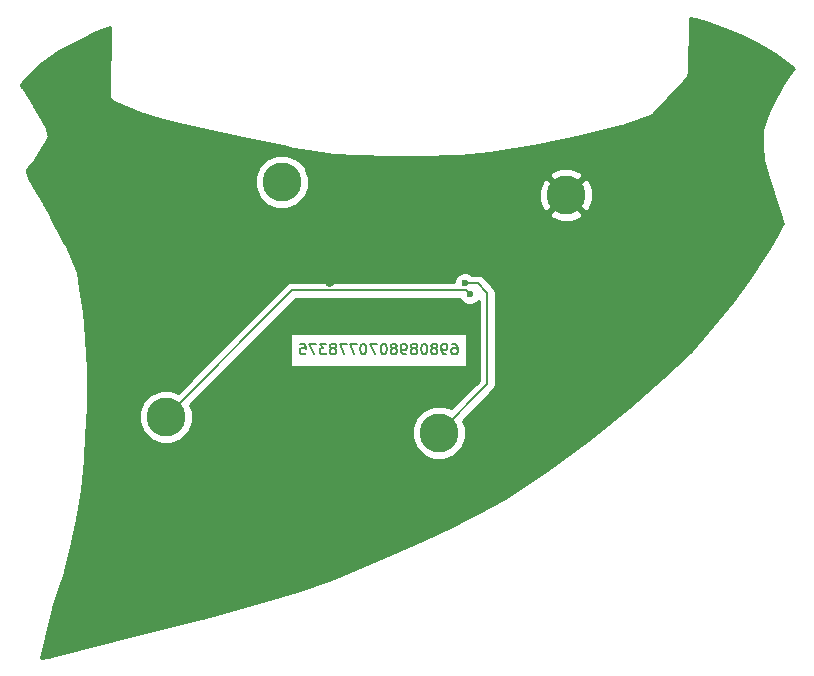
<source format=gbl>
G04 #@! TF.FileFunction,Copper,L2,Bot,Signal*
%FSLAX46Y46*%
G04 Gerber Fmt 4.6, Leading zero omitted, Abs format (unit mm)*
G04 Created by KiCad (PCBNEW 4.0.7-e2-6376~61~ubuntu18.04.1) date Wed May 30 21:50:51 2018*
%MOMM*%
%LPD*%
G01*
G04 APERTURE LIST*
%ADD10C,0.100000*%
%ADD11C,0.200000*%
%ADD12C,3.300000*%
%ADD13C,0.600000*%
%ADD14C,0.600000*%
%ADD15C,0.254000*%
G04 APERTURE END LIST*
D10*
D11*
X137607144Y-104107143D02*
X137778573Y-104107143D01*
X137864287Y-104150000D01*
X137907144Y-104192857D01*
X137992858Y-104321429D01*
X138035715Y-104492857D01*
X138035715Y-104835714D01*
X137992858Y-104921429D01*
X137950001Y-104964286D01*
X137864287Y-105007143D01*
X137692858Y-105007143D01*
X137607144Y-104964286D01*
X137564287Y-104921429D01*
X137521430Y-104835714D01*
X137521430Y-104621429D01*
X137564287Y-104535714D01*
X137607144Y-104492857D01*
X137692858Y-104450000D01*
X137864287Y-104450000D01*
X137950001Y-104492857D01*
X137992858Y-104535714D01*
X138035715Y-104621429D01*
X137092858Y-105007143D02*
X136921430Y-105007143D01*
X136835715Y-104964286D01*
X136792858Y-104921429D01*
X136707144Y-104792857D01*
X136664287Y-104621429D01*
X136664287Y-104278571D01*
X136707144Y-104192857D01*
X136750001Y-104150000D01*
X136835715Y-104107143D01*
X137007144Y-104107143D01*
X137092858Y-104150000D01*
X137135715Y-104192857D01*
X137178572Y-104278571D01*
X137178572Y-104492857D01*
X137135715Y-104578571D01*
X137092858Y-104621429D01*
X137007144Y-104664286D01*
X136835715Y-104664286D01*
X136750001Y-104621429D01*
X136707144Y-104578571D01*
X136664287Y-104492857D01*
X136150001Y-104492857D02*
X136235715Y-104450000D01*
X136278572Y-104407143D01*
X136321429Y-104321429D01*
X136321429Y-104278571D01*
X136278572Y-104192857D01*
X136235715Y-104150000D01*
X136150001Y-104107143D01*
X135978572Y-104107143D01*
X135892858Y-104150000D01*
X135850001Y-104192857D01*
X135807144Y-104278571D01*
X135807144Y-104321429D01*
X135850001Y-104407143D01*
X135892858Y-104450000D01*
X135978572Y-104492857D01*
X136150001Y-104492857D01*
X136235715Y-104535714D01*
X136278572Y-104578571D01*
X136321429Y-104664286D01*
X136321429Y-104835714D01*
X136278572Y-104921429D01*
X136235715Y-104964286D01*
X136150001Y-105007143D01*
X135978572Y-105007143D01*
X135892858Y-104964286D01*
X135850001Y-104921429D01*
X135807144Y-104835714D01*
X135807144Y-104664286D01*
X135850001Y-104578571D01*
X135892858Y-104535714D01*
X135978572Y-104492857D01*
X135250001Y-104107143D02*
X135164286Y-104107143D01*
X135078572Y-104150000D01*
X135035715Y-104192857D01*
X134992858Y-104278571D01*
X134950001Y-104450000D01*
X134950001Y-104664286D01*
X134992858Y-104835714D01*
X135035715Y-104921429D01*
X135078572Y-104964286D01*
X135164286Y-105007143D01*
X135250001Y-105007143D01*
X135335715Y-104964286D01*
X135378572Y-104921429D01*
X135421429Y-104835714D01*
X135464286Y-104664286D01*
X135464286Y-104450000D01*
X135421429Y-104278571D01*
X135378572Y-104192857D01*
X135335715Y-104150000D01*
X135250001Y-104107143D01*
X134435715Y-104492857D02*
X134521429Y-104450000D01*
X134564286Y-104407143D01*
X134607143Y-104321429D01*
X134607143Y-104278571D01*
X134564286Y-104192857D01*
X134521429Y-104150000D01*
X134435715Y-104107143D01*
X134264286Y-104107143D01*
X134178572Y-104150000D01*
X134135715Y-104192857D01*
X134092858Y-104278571D01*
X134092858Y-104321429D01*
X134135715Y-104407143D01*
X134178572Y-104450000D01*
X134264286Y-104492857D01*
X134435715Y-104492857D01*
X134521429Y-104535714D01*
X134564286Y-104578571D01*
X134607143Y-104664286D01*
X134607143Y-104835714D01*
X134564286Y-104921429D01*
X134521429Y-104964286D01*
X134435715Y-105007143D01*
X134264286Y-105007143D01*
X134178572Y-104964286D01*
X134135715Y-104921429D01*
X134092858Y-104835714D01*
X134092858Y-104664286D01*
X134135715Y-104578571D01*
X134178572Y-104535714D01*
X134264286Y-104492857D01*
X133664286Y-105007143D02*
X133492858Y-105007143D01*
X133407143Y-104964286D01*
X133364286Y-104921429D01*
X133278572Y-104792857D01*
X133235715Y-104621429D01*
X133235715Y-104278571D01*
X133278572Y-104192857D01*
X133321429Y-104150000D01*
X133407143Y-104107143D01*
X133578572Y-104107143D01*
X133664286Y-104150000D01*
X133707143Y-104192857D01*
X133750000Y-104278571D01*
X133750000Y-104492857D01*
X133707143Y-104578571D01*
X133664286Y-104621429D01*
X133578572Y-104664286D01*
X133407143Y-104664286D01*
X133321429Y-104621429D01*
X133278572Y-104578571D01*
X133235715Y-104492857D01*
X132721429Y-104492857D02*
X132807143Y-104450000D01*
X132850000Y-104407143D01*
X132892857Y-104321429D01*
X132892857Y-104278571D01*
X132850000Y-104192857D01*
X132807143Y-104150000D01*
X132721429Y-104107143D01*
X132550000Y-104107143D01*
X132464286Y-104150000D01*
X132421429Y-104192857D01*
X132378572Y-104278571D01*
X132378572Y-104321429D01*
X132421429Y-104407143D01*
X132464286Y-104450000D01*
X132550000Y-104492857D01*
X132721429Y-104492857D01*
X132807143Y-104535714D01*
X132850000Y-104578571D01*
X132892857Y-104664286D01*
X132892857Y-104835714D01*
X132850000Y-104921429D01*
X132807143Y-104964286D01*
X132721429Y-105007143D01*
X132550000Y-105007143D01*
X132464286Y-104964286D01*
X132421429Y-104921429D01*
X132378572Y-104835714D01*
X132378572Y-104664286D01*
X132421429Y-104578571D01*
X132464286Y-104535714D01*
X132550000Y-104492857D01*
X131821429Y-104107143D02*
X131735714Y-104107143D01*
X131650000Y-104150000D01*
X131607143Y-104192857D01*
X131564286Y-104278571D01*
X131521429Y-104450000D01*
X131521429Y-104664286D01*
X131564286Y-104835714D01*
X131607143Y-104921429D01*
X131650000Y-104964286D01*
X131735714Y-105007143D01*
X131821429Y-105007143D01*
X131907143Y-104964286D01*
X131950000Y-104921429D01*
X131992857Y-104835714D01*
X132035714Y-104664286D01*
X132035714Y-104450000D01*
X131992857Y-104278571D01*
X131950000Y-104192857D01*
X131907143Y-104150000D01*
X131821429Y-104107143D01*
X131221429Y-104107143D02*
X130621429Y-104107143D01*
X131007143Y-105007143D01*
X130107143Y-104107143D02*
X130021428Y-104107143D01*
X129935714Y-104150000D01*
X129892857Y-104192857D01*
X129850000Y-104278571D01*
X129807143Y-104450000D01*
X129807143Y-104664286D01*
X129850000Y-104835714D01*
X129892857Y-104921429D01*
X129935714Y-104964286D01*
X130021428Y-105007143D01*
X130107143Y-105007143D01*
X130192857Y-104964286D01*
X130235714Y-104921429D01*
X130278571Y-104835714D01*
X130321428Y-104664286D01*
X130321428Y-104450000D01*
X130278571Y-104278571D01*
X130235714Y-104192857D01*
X130192857Y-104150000D01*
X130107143Y-104107143D01*
X129507143Y-104107143D02*
X128907143Y-104107143D01*
X129292857Y-105007143D01*
X128650000Y-104107143D02*
X128050000Y-104107143D01*
X128435714Y-105007143D01*
X127578571Y-104492857D02*
X127664285Y-104450000D01*
X127707142Y-104407143D01*
X127749999Y-104321429D01*
X127749999Y-104278571D01*
X127707142Y-104192857D01*
X127664285Y-104150000D01*
X127578571Y-104107143D01*
X127407142Y-104107143D01*
X127321428Y-104150000D01*
X127278571Y-104192857D01*
X127235714Y-104278571D01*
X127235714Y-104321429D01*
X127278571Y-104407143D01*
X127321428Y-104450000D01*
X127407142Y-104492857D01*
X127578571Y-104492857D01*
X127664285Y-104535714D01*
X127707142Y-104578571D01*
X127749999Y-104664286D01*
X127749999Y-104835714D01*
X127707142Y-104921429D01*
X127664285Y-104964286D01*
X127578571Y-105007143D01*
X127407142Y-105007143D01*
X127321428Y-104964286D01*
X127278571Y-104921429D01*
X127235714Y-104835714D01*
X127235714Y-104664286D01*
X127278571Y-104578571D01*
X127321428Y-104535714D01*
X127407142Y-104492857D01*
X126935714Y-104107143D02*
X126378571Y-104107143D01*
X126678571Y-104450000D01*
X126549999Y-104450000D01*
X126464285Y-104492857D01*
X126421428Y-104535714D01*
X126378571Y-104621429D01*
X126378571Y-104835714D01*
X126421428Y-104921429D01*
X126464285Y-104964286D01*
X126549999Y-105007143D01*
X126807142Y-105007143D01*
X126892856Y-104964286D01*
X126935714Y-104921429D01*
X126078571Y-104107143D02*
X125478571Y-104107143D01*
X125864285Y-105007143D01*
X124707142Y-104107143D02*
X125135713Y-104107143D01*
X125178570Y-104535714D01*
X125135713Y-104492857D01*
X125049999Y-104450000D01*
X124835713Y-104450000D01*
X124749999Y-104492857D01*
X124707142Y-104535714D01*
X124664285Y-104621429D01*
X124664285Y-104835714D01*
X124707142Y-104921429D01*
X124749999Y-104964286D01*
X124835713Y-105007143D01*
X125049999Y-105007143D01*
X125135713Y-104964286D01*
X125178570Y-104921429D01*
D12*
X123150000Y-90400000D03*
X147200000Y-91500000D03*
X136450000Y-111650000D03*
X113350000Y-110300000D03*
D13*
X104750000Y-128300000D03*
X138050006Y-100600000D03*
X107049998Y-110500000D03*
X109250000Y-101500000D03*
X104150000Y-86900000D03*
X106550000Y-94600000D03*
X113450000Y-90200000D03*
X128750000Y-92200000D03*
X152750000Y-88800000D03*
X140050000Y-92000000D03*
X159350000Y-93500004D03*
X157150000Y-102400000D03*
X149450000Y-110100000D03*
X140150004Y-117000000D03*
X106550000Y-119800000D03*
X129150000Y-121900000D03*
X117250000Y-125699996D03*
X127150000Y-99000000D03*
X135550000Y-96100000D03*
X135550000Y-94100000D03*
X138650000Y-99000000D03*
X139050000Y-99900000D03*
D14*
X135050000Y-98100000D02*
X128050000Y-98100000D01*
X128050000Y-98100000D02*
X127150000Y-99000000D01*
X135550000Y-97600000D02*
X135050000Y-98100000D01*
X135550000Y-96100000D02*
X135550000Y-97600000D01*
D11*
X136450000Y-111650000D02*
X140550000Y-107550000D01*
X140550000Y-107550000D02*
X140550000Y-99800000D01*
X140550000Y-99800000D02*
X139750000Y-99000000D01*
X139750000Y-99000000D02*
X139650000Y-99000000D01*
X139650000Y-99000000D02*
X138650000Y-99000000D01*
X138750001Y-99600001D02*
X139050000Y-99900000D01*
X113350000Y-110300000D02*
X124049999Y-99600001D01*
X124049999Y-99600001D02*
X138750001Y-99600001D01*
D15*
G36*
X158138989Y-76592959D02*
X159078446Y-76874796D01*
X160448690Y-77364169D01*
X161908892Y-77948250D01*
X163458088Y-78722848D01*
X164906580Y-79591943D01*
X166310134Y-80621216D01*
X166479914Y-80824953D01*
X166469770Y-80840135D01*
X166432000Y-80874000D01*
X165832000Y-81674000D01*
X165804272Y-81731822D01*
X165764957Y-81782479D01*
X165370628Y-82571136D01*
X164776694Y-83660015D01*
X164772852Y-83672306D01*
X164764957Y-83682478D01*
X164164957Y-84882478D01*
X164148734Y-84941720D01*
X164119943Y-84995983D01*
X163819943Y-85995983D01*
X163810140Y-86098753D01*
X163790000Y-86200000D01*
X163790000Y-87300000D01*
X163796349Y-87331919D01*
X163792916Y-87364280D01*
X163892916Y-88464280D01*
X163911844Y-88528409D01*
X163917318Y-88595052D01*
X164317318Y-89995052D01*
X164320928Y-90002078D01*
X164321747Y-90009935D01*
X165554276Y-93991954D01*
X165547302Y-94012877D01*
X165082958Y-94848696D01*
X164397443Y-96023864D01*
X162618503Y-98692275D01*
X161237995Y-100565821D01*
X159554427Y-102645523D01*
X157783818Y-104711233D01*
X155521816Y-106874887D01*
X152545553Y-109454314D01*
X149066401Y-112237636D01*
X145591126Y-114819269D01*
X142032366Y-117191775D01*
X139866183Y-118373330D01*
X137388118Y-119661924D01*
X135007903Y-120752855D01*
X132319271Y-121947803D01*
X127547486Y-123936047D01*
X124678986Y-124925185D01*
X121800752Y-125818430D01*
X116719874Y-127213180D01*
X113927800Y-127911199D01*
X113926580Y-127911775D01*
X113925231Y-127911846D01*
X107625231Y-129511846D01*
X107624665Y-129512116D01*
X107624038Y-129512150D01*
X103324038Y-130612150D01*
X103318885Y-130614619D01*
X103313186Y-130615018D01*
X102793677Y-130756702D01*
X102796279Y-130741090D01*
X103884231Y-126191474D01*
X104775940Y-123417267D01*
X104778657Y-123393674D01*
X104788801Y-123372200D01*
X105388801Y-120972201D01*
X105389634Y-120955075D01*
X105396212Y-120939242D01*
X105796212Y-118939242D01*
X105796224Y-118927608D01*
X105800340Y-118916723D01*
X106200340Y-116516723D01*
X106199775Y-116498621D01*
X106205320Y-116481383D01*
X106505320Y-113881384D01*
X106503419Y-113858107D01*
X106509114Y-113835456D01*
X106609114Y-111835456D01*
X106608588Y-111831887D01*
X106609433Y-111828377D01*
X106652467Y-110752521D01*
X111064604Y-110752521D01*
X111411742Y-111592658D01*
X112053961Y-112235999D01*
X112893491Y-112584603D01*
X113802521Y-112585396D01*
X114642658Y-112238258D01*
X115285999Y-111596039D01*
X115634603Y-110756509D01*
X115635396Y-109847479D01*
X115403412Y-109286035D01*
X121454447Y-103235000D01*
X123857856Y-103235000D01*
X123857856Y-106055000D01*
X138842144Y-106055000D01*
X138842144Y-103235000D01*
X123857856Y-103235000D01*
X121454447Y-103235000D01*
X124354446Y-100335001D01*
X138218067Y-100335001D01*
X138256883Y-100428943D01*
X138519673Y-100692192D01*
X138863201Y-100834838D01*
X139235167Y-100835162D01*
X139578943Y-100693117D01*
X139815000Y-100457472D01*
X139815000Y-107245553D01*
X137463764Y-109596790D01*
X136906509Y-109365397D01*
X135997479Y-109364604D01*
X135157342Y-109711742D01*
X134514001Y-110353961D01*
X134165397Y-111193491D01*
X134164604Y-112102521D01*
X134511742Y-112942658D01*
X135153961Y-113585999D01*
X135993491Y-113934603D01*
X136902521Y-113935396D01*
X137742658Y-113588258D01*
X138385999Y-112946039D01*
X138734603Y-112106509D01*
X138735396Y-111197479D01*
X138503412Y-110636035D01*
X141069724Y-108069723D01*
X141229051Y-107831272D01*
X141285000Y-107550000D01*
X141285000Y-99800000D01*
X141229051Y-99518728D01*
X141212419Y-99493837D01*
X141069724Y-99280277D01*
X140269723Y-98480277D01*
X140031272Y-98320949D01*
X139750000Y-98265000D01*
X139237419Y-98265000D01*
X139180327Y-98207808D01*
X138836799Y-98065162D01*
X138464833Y-98064838D01*
X138121057Y-98206883D01*
X137857808Y-98469673D01*
X137715162Y-98813201D01*
X137715117Y-98865001D01*
X124049999Y-98865001D01*
X123768727Y-98920950D01*
X123530276Y-99080277D01*
X114363764Y-108246790D01*
X113806509Y-108015397D01*
X112897479Y-108014604D01*
X112057342Y-108361742D01*
X111414001Y-109003961D01*
X111065397Y-109843491D01*
X111064604Y-110752521D01*
X106652467Y-110752521D01*
X106709433Y-109328378D01*
X106707188Y-109314138D01*
X106710000Y-109300000D01*
X106710000Y-106300000D01*
X106707295Y-106286402D01*
X106709475Y-106272712D01*
X106609475Y-103672712D01*
X106605100Y-103654422D01*
X106607084Y-103635719D01*
X106407084Y-101435720D01*
X106401150Y-101415617D01*
X106402145Y-101394678D01*
X106102145Y-99394678D01*
X106101685Y-99393398D01*
X106101744Y-99392040D01*
X105901744Y-98092039D01*
X105868529Y-98000762D01*
X105846360Y-97906200D01*
X104846360Y-95706200D01*
X104834620Y-95689858D01*
X104828940Y-95670555D01*
X103728940Y-93570555D01*
X103726346Y-93567339D01*
X103725134Y-93563389D01*
X103487633Y-93122314D01*
X145757291Y-93122314D01*
X145935379Y-93456666D01*
X146780426Y-93791673D01*
X147689350Y-93777794D01*
X148464621Y-93456666D01*
X148642709Y-93122314D01*
X147200000Y-91679605D01*
X145757291Y-93122314D01*
X103487633Y-93122314D01*
X103025134Y-92263389D01*
X103016005Y-92252334D01*
X103011258Y-92238802D01*
X102192092Y-90852521D01*
X120864604Y-90852521D01*
X121211742Y-91692658D01*
X121853961Y-92335999D01*
X122693491Y-92684603D01*
X123602521Y-92685396D01*
X124442658Y-92338258D01*
X125085999Y-91696039D01*
X125341624Y-91080426D01*
X144908327Y-91080426D01*
X144922206Y-91989350D01*
X145243334Y-92764621D01*
X145577686Y-92942709D01*
X147020395Y-91500000D01*
X147379605Y-91500000D01*
X148822314Y-92942709D01*
X149156666Y-92764621D01*
X149491673Y-91919574D01*
X149477794Y-91010650D01*
X149156666Y-90235379D01*
X148822314Y-90057291D01*
X147379605Y-91500000D01*
X147020395Y-91500000D01*
X145577686Y-90057291D01*
X145243334Y-90235379D01*
X144908327Y-91080426D01*
X125341624Y-91080426D01*
X125434603Y-90856509D01*
X125435396Y-89947479D01*
X125406559Y-89877686D01*
X145757291Y-89877686D01*
X147200000Y-91320395D01*
X148642709Y-89877686D01*
X148464621Y-89543334D01*
X147619574Y-89208327D01*
X146710650Y-89222206D01*
X145935379Y-89543334D01*
X145757291Y-89877686D01*
X125406559Y-89877686D01*
X125088258Y-89107342D01*
X124446039Y-88464001D01*
X123606509Y-88115397D01*
X122697479Y-88114604D01*
X121857342Y-88461742D01*
X121214001Y-89103961D01*
X120865397Y-89943491D01*
X120864604Y-90852521D01*
X102192092Y-90852521D01*
X101757636Y-90117289D01*
X101610000Y-89600561D01*
X101610000Y-89367608D01*
X101683515Y-89220577D01*
X102002046Y-88902046D01*
X102045917Y-88836388D01*
X102100297Y-88779135D01*
X103300297Y-86879135D01*
X103313123Y-86845767D01*
X103335044Y-86817522D01*
X103362456Y-86717421D01*
X103399691Y-86620551D01*
X103398771Y-86584810D01*
X103408213Y-86550332D01*
X103395234Y-86447376D01*
X103392564Y-86343614D01*
X103378036Y-86310944D01*
X103373565Y-86275479D01*
X103173565Y-85675478D01*
X103140851Y-85618090D01*
X103120652Y-85555194D01*
X102620652Y-84655194D01*
X102617835Y-84651872D01*
X102616453Y-84647742D01*
X102216453Y-83947741D01*
X102204122Y-83933553D01*
X102197237Y-83916062D01*
X101297237Y-82516062D01*
X101292529Y-82511184D01*
X101289930Y-82504928D01*
X101196518Y-82411711D01*
X101104848Y-82316735D01*
X101098634Y-82314031D01*
X101093837Y-82309244D01*
X101065932Y-82290641D01*
X101077565Y-82232478D01*
X101183515Y-82020577D01*
X102863653Y-80340439D01*
X104271344Y-79308132D01*
X105617522Y-78635043D01*
X107384182Y-77751712D01*
X108581801Y-77302605D01*
X108490092Y-82988550D01*
X108491420Y-82995839D01*
X108490007Y-83003110D01*
X108516203Y-83131858D01*
X108539750Y-83261091D01*
X108543764Y-83267314D01*
X108545242Y-83274576D01*
X108618710Y-83383493D01*
X108689923Y-83493884D01*
X108696017Y-83498100D01*
X108700159Y-83504240D01*
X108809702Y-83576742D01*
X108917752Y-83651487D01*
X108924993Y-83653049D01*
X108931171Y-83657138D01*
X111131171Y-84557138D01*
X111160239Y-84562788D01*
X111186197Y-84577044D01*
X113086197Y-85177044D01*
X113111977Y-85179879D01*
X113135549Y-85190692D01*
X115235549Y-85690692D01*
X115242655Y-85690958D01*
X115249175Y-85693795D01*
X119849175Y-86693795D01*
X119851550Y-86693837D01*
X119853733Y-86694770D01*
X123653733Y-87494770D01*
X123673479Y-87494990D01*
X123692039Y-87501744D01*
X127592039Y-88101744D01*
X127627896Y-88100176D01*
X127662683Y-88109019D01*
X129562683Y-88209019D01*
X129568249Y-88208213D01*
X129573722Y-88209514D01*
X132273722Y-88309514D01*
X132286906Y-88307395D01*
X132300000Y-88310000D01*
X134600000Y-88310000D01*
X134609833Y-88308044D01*
X134619715Y-88309726D01*
X138219715Y-88209726D01*
X138239154Y-88205295D01*
X138258962Y-88207547D01*
X140658962Y-88007547D01*
X140685772Y-87999852D01*
X140713651Y-88000845D01*
X144413651Y-87400845D01*
X144428259Y-87395395D01*
X144443850Y-87395275D01*
X147343850Y-86795275D01*
X147355718Y-86790252D01*
X147368592Y-86789693D01*
X151868592Y-85689693D01*
X151895294Y-85677250D01*
X151924522Y-85673565D01*
X154324522Y-84873565D01*
X154357357Y-84854847D01*
X154394149Y-84846201D01*
X154476773Y-84786775D01*
X154565193Y-84736372D01*
X154588365Y-84706515D01*
X154619049Y-84684446D01*
X157419049Y-81684446D01*
X157482074Y-81582699D01*
X157550501Y-81484512D01*
X157554673Y-81465493D01*
X157564928Y-81448938D01*
X157584219Y-81330817D01*
X157609864Y-81213919D01*
X157701899Y-76520110D01*
X158138989Y-76592959D01*
X158138989Y-76592959D01*
G37*
X158138989Y-76592959D02*
X159078446Y-76874796D01*
X160448690Y-77364169D01*
X161908892Y-77948250D01*
X163458088Y-78722848D01*
X164906580Y-79591943D01*
X166310134Y-80621216D01*
X166479914Y-80824953D01*
X166469770Y-80840135D01*
X166432000Y-80874000D01*
X165832000Y-81674000D01*
X165804272Y-81731822D01*
X165764957Y-81782479D01*
X165370628Y-82571136D01*
X164776694Y-83660015D01*
X164772852Y-83672306D01*
X164764957Y-83682478D01*
X164164957Y-84882478D01*
X164148734Y-84941720D01*
X164119943Y-84995983D01*
X163819943Y-85995983D01*
X163810140Y-86098753D01*
X163790000Y-86200000D01*
X163790000Y-87300000D01*
X163796349Y-87331919D01*
X163792916Y-87364280D01*
X163892916Y-88464280D01*
X163911844Y-88528409D01*
X163917318Y-88595052D01*
X164317318Y-89995052D01*
X164320928Y-90002078D01*
X164321747Y-90009935D01*
X165554276Y-93991954D01*
X165547302Y-94012877D01*
X165082958Y-94848696D01*
X164397443Y-96023864D01*
X162618503Y-98692275D01*
X161237995Y-100565821D01*
X159554427Y-102645523D01*
X157783818Y-104711233D01*
X155521816Y-106874887D01*
X152545553Y-109454314D01*
X149066401Y-112237636D01*
X145591126Y-114819269D01*
X142032366Y-117191775D01*
X139866183Y-118373330D01*
X137388118Y-119661924D01*
X135007903Y-120752855D01*
X132319271Y-121947803D01*
X127547486Y-123936047D01*
X124678986Y-124925185D01*
X121800752Y-125818430D01*
X116719874Y-127213180D01*
X113927800Y-127911199D01*
X113926580Y-127911775D01*
X113925231Y-127911846D01*
X107625231Y-129511846D01*
X107624665Y-129512116D01*
X107624038Y-129512150D01*
X103324038Y-130612150D01*
X103318885Y-130614619D01*
X103313186Y-130615018D01*
X102793677Y-130756702D01*
X102796279Y-130741090D01*
X103884231Y-126191474D01*
X104775940Y-123417267D01*
X104778657Y-123393674D01*
X104788801Y-123372200D01*
X105388801Y-120972201D01*
X105389634Y-120955075D01*
X105396212Y-120939242D01*
X105796212Y-118939242D01*
X105796224Y-118927608D01*
X105800340Y-118916723D01*
X106200340Y-116516723D01*
X106199775Y-116498621D01*
X106205320Y-116481383D01*
X106505320Y-113881384D01*
X106503419Y-113858107D01*
X106509114Y-113835456D01*
X106609114Y-111835456D01*
X106608588Y-111831887D01*
X106609433Y-111828377D01*
X106652467Y-110752521D01*
X111064604Y-110752521D01*
X111411742Y-111592658D01*
X112053961Y-112235999D01*
X112893491Y-112584603D01*
X113802521Y-112585396D01*
X114642658Y-112238258D01*
X115285999Y-111596039D01*
X115634603Y-110756509D01*
X115635396Y-109847479D01*
X115403412Y-109286035D01*
X121454447Y-103235000D01*
X123857856Y-103235000D01*
X123857856Y-106055000D01*
X138842144Y-106055000D01*
X138842144Y-103235000D01*
X123857856Y-103235000D01*
X121454447Y-103235000D01*
X124354446Y-100335001D01*
X138218067Y-100335001D01*
X138256883Y-100428943D01*
X138519673Y-100692192D01*
X138863201Y-100834838D01*
X139235167Y-100835162D01*
X139578943Y-100693117D01*
X139815000Y-100457472D01*
X139815000Y-107245553D01*
X137463764Y-109596790D01*
X136906509Y-109365397D01*
X135997479Y-109364604D01*
X135157342Y-109711742D01*
X134514001Y-110353961D01*
X134165397Y-111193491D01*
X134164604Y-112102521D01*
X134511742Y-112942658D01*
X135153961Y-113585999D01*
X135993491Y-113934603D01*
X136902521Y-113935396D01*
X137742658Y-113588258D01*
X138385999Y-112946039D01*
X138734603Y-112106509D01*
X138735396Y-111197479D01*
X138503412Y-110636035D01*
X141069724Y-108069723D01*
X141229051Y-107831272D01*
X141285000Y-107550000D01*
X141285000Y-99800000D01*
X141229051Y-99518728D01*
X141212419Y-99493837D01*
X141069724Y-99280277D01*
X140269723Y-98480277D01*
X140031272Y-98320949D01*
X139750000Y-98265000D01*
X139237419Y-98265000D01*
X139180327Y-98207808D01*
X138836799Y-98065162D01*
X138464833Y-98064838D01*
X138121057Y-98206883D01*
X137857808Y-98469673D01*
X137715162Y-98813201D01*
X137715117Y-98865001D01*
X124049999Y-98865001D01*
X123768727Y-98920950D01*
X123530276Y-99080277D01*
X114363764Y-108246790D01*
X113806509Y-108015397D01*
X112897479Y-108014604D01*
X112057342Y-108361742D01*
X111414001Y-109003961D01*
X111065397Y-109843491D01*
X111064604Y-110752521D01*
X106652467Y-110752521D01*
X106709433Y-109328378D01*
X106707188Y-109314138D01*
X106710000Y-109300000D01*
X106710000Y-106300000D01*
X106707295Y-106286402D01*
X106709475Y-106272712D01*
X106609475Y-103672712D01*
X106605100Y-103654422D01*
X106607084Y-103635719D01*
X106407084Y-101435720D01*
X106401150Y-101415617D01*
X106402145Y-101394678D01*
X106102145Y-99394678D01*
X106101685Y-99393398D01*
X106101744Y-99392040D01*
X105901744Y-98092039D01*
X105868529Y-98000762D01*
X105846360Y-97906200D01*
X104846360Y-95706200D01*
X104834620Y-95689858D01*
X104828940Y-95670555D01*
X103728940Y-93570555D01*
X103726346Y-93567339D01*
X103725134Y-93563389D01*
X103487633Y-93122314D01*
X145757291Y-93122314D01*
X145935379Y-93456666D01*
X146780426Y-93791673D01*
X147689350Y-93777794D01*
X148464621Y-93456666D01*
X148642709Y-93122314D01*
X147200000Y-91679605D01*
X145757291Y-93122314D01*
X103487633Y-93122314D01*
X103025134Y-92263389D01*
X103016005Y-92252334D01*
X103011258Y-92238802D01*
X102192092Y-90852521D01*
X120864604Y-90852521D01*
X121211742Y-91692658D01*
X121853961Y-92335999D01*
X122693491Y-92684603D01*
X123602521Y-92685396D01*
X124442658Y-92338258D01*
X125085999Y-91696039D01*
X125341624Y-91080426D01*
X144908327Y-91080426D01*
X144922206Y-91989350D01*
X145243334Y-92764621D01*
X145577686Y-92942709D01*
X147020395Y-91500000D01*
X147379605Y-91500000D01*
X148822314Y-92942709D01*
X149156666Y-92764621D01*
X149491673Y-91919574D01*
X149477794Y-91010650D01*
X149156666Y-90235379D01*
X148822314Y-90057291D01*
X147379605Y-91500000D01*
X147020395Y-91500000D01*
X145577686Y-90057291D01*
X145243334Y-90235379D01*
X144908327Y-91080426D01*
X125341624Y-91080426D01*
X125434603Y-90856509D01*
X125435396Y-89947479D01*
X125406559Y-89877686D01*
X145757291Y-89877686D01*
X147200000Y-91320395D01*
X148642709Y-89877686D01*
X148464621Y-89543334D01*
X147619574Y-89208327D01*
X146710650Y-89222206D01*
X145935379Y-89543334D01*
X145757291Y-89877686D01*
X125406559Y-89877686D01*
X125088258Y-89107342D01*
X124446039Y-88464001D01*
X123606509Y-88115397D01*
X122697479Y-88114604D01*
X121857342Y-88461742D01*
X121214001Y-89103961D01*
X120865397Y-89943491D01*
X120864604Y-90852521D01*
X102192092Y-90852521D01*
X101757636Y-90117289D01*
X101610000Y-89600561D01*
X101610000Y-89367608D01*
X101683515Y-89220577D01*
X102002046Y-88902046D01*
X102045917Y-88836388D01*
X102100297Y-88779135D01*
X103300297Y-86879135D01*
X103313123Y-86845767D01*
X103335044Y-86817522D01*
X103362456Y-86717421D01*
X103399691Y-86620551D01*
X103398771Y-86584810D01*
X103408213Y-86550332D01*
X103395234Y-86447376D01*
X103392564Y-86343614D01*
X103378036Y-86310944D01*
X103373565Y-86275479D01*
X103173565Y-85675478D01*
X103140851Y-85618090D01*
X103120652Y-85555194D01*
X102620652Y-84655194D01*
X102617835Y-84651872D01*
X102616453Y-84647742D01*
X102216453Y-83947741D01*
X102204122Y-83933553D01*
X102197237Y-83916062D01*
X101297237Y-82516062D01*
X101292529Y-82511184D01*
X101289930Y-82504928D01*
X101196518Y-82411711D01*
X101104848Y-82316735D01*
X101098634Y-82314031D01*
X101093837Y-82309244D01*
X101065932Y-82290641D01*
X101077565Y-82232478D01*
X101183515Y-82020577D01*
X102863653Y-80340439D01*
X104271344Y-79308132D01*
X105617522Y-78635043D01*
X107384182Y-77751712D01*
X108581801Y-77302605D01*
X108490092Y-82988550D01*
X108491420Y-82995839D01*
X108490007Y-83003110D01*
X108516203Y-83131858D01*
X108539750Y-83261091D01*
X108543764Y-83267314D01*
X108545242Y-83274576D01*
X108618710Y-83383493D01*
X108689923Y-83493884D01*
X108696017Y-83498100D01*
X108700159Y-83504240D01*
X108809702Y-83576742D01*
X108917752Y-83651487D01*
X108924993Y-83653049D01*
X108931171Y-83657138D01*
X111131171Y-84557138D01*
X111160239Y-84562788D01*
X111186197Y-84577044D01*
X113086197Y-85177044D01*
X113111977Y-85179879D01*
X113135549Y-85190692D01*
X115235549Y-85690692D01*
X115242655Y-85690958D01*
X115249175Y-85693795D01*
X119849175Y-86693795D01*
X119851550Y-86693837D01*
X119853733Y-86694770D01*
X123653733Y-87494770D01*
X123673479Y-87494990D01*
X123692039Y-87501744D01*
X127592039Y-88101744D01*
X127627896Y-88100176D01*
X127662683Y-88109019D01*
X129562683Y-88209019D01*
X129568249Y-88208213D01*
X129573722Y-88209514D01*
X132273722Y-88309514D01*
X132286906Y-88307395D01*
X132300000Y-88310000D01*
X134600000Y-88310000D01*
X134609833Y-88308044D01*
X134619715Y-88309726D01*
X138219715Y-88209726D01*
X138239154Y-88205295D01*
X138258962Y-88207547D01*
X140658962Y-88007547D01*
X140685772Y-87999852D01*
X140713651Y-88000845D01*
X144413651Y-87400845D01*
X144428259Y-87395395D01*
X144443850Y-87395275D01*
X147343850Y-86795275D01*
X147355718Y-86790252D01*
X147368592Y-86789693D01*
X151868592Y-85689693D01*
X151895294Y-85677250D01*
X151924522Y-85673565D01*
X154324522Y-84873565D01*
X154357357Y-84854847D01*
X154394149Y-84846201D01*
X154476773Y-84786775D01*
X154565193Y-84736372D01*
X154588365Y-84706515D01*
X154619049Y-84684446D01*
X157419049Y-81684446D01*
X157482074Y-81582699D01*
X157550501Y-81484512D01*
X157554673Y-81465493D01*
X157564928Y-81448938D01*
X157584219Y-81330817D01*
X157609864Y-81213919D01*
X157701899Y-76520110D01*
X158138989Y-76592959D01*
M02*

</source>
